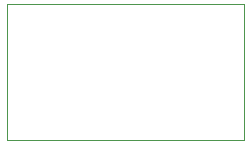
<source format=gbr>
%TF.GenerationSoftware,KiCad,Pcbnew,(7.0.0)*%
%TF.CreationDate,2023-08-04T14:46:15+02:00*%
%TF.ProjectId,PCH-2xxxJIG_0805_Nano,5043482d-3278-4787-984a-49475f303830,rev?*%
%TF.SameCoordinates,Original*%
%TF.FileFunction,Profile,NP*%
%FSLAX46Y46*%
G04 Gerber Fmt 4.6, Leading zero omitted, Abs format (unit mm)*
G04 Created by KiCad (PCBNEW (7.0.0)) date 2023-08-04 14:46:15*
%MOMM*%
%LPD*%
G01*
G04 APERTURE LIST*
%TA.AperFunction,Profile*%
%ADD10C,0.100000*%
%TD*%
G04 APERTURE END LIST*
D10*
X58860000Y-31000000D02*
X79000000Y-31000000D01*
X79000000Y-31000000D02*
X79000000Y-42500000D01*
X79000000Y-42500000D02*
X58860000Y-42500000D01*
X58860000Y-42500000D02*
X58860000Y-31000000D01*
M02*

</source>
